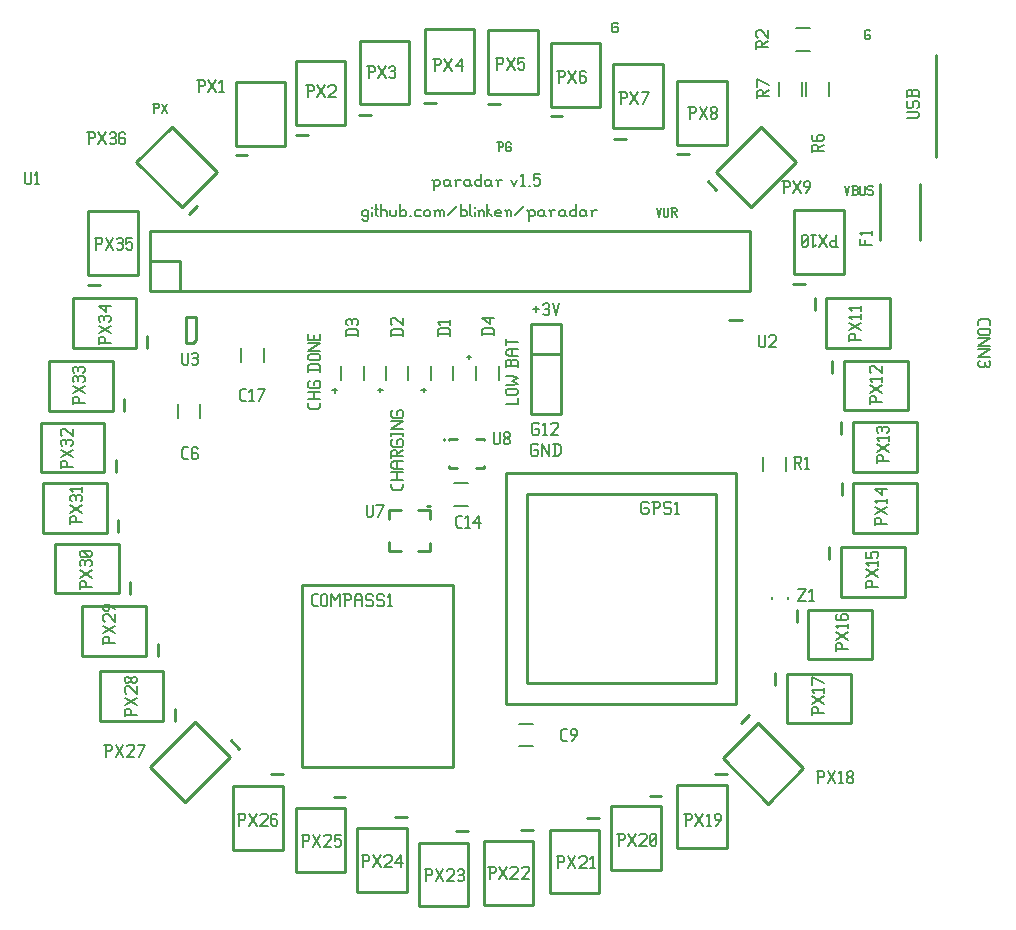
<source format=gbr>
G04 start of page 9 for group -4079 idx -4079 *
G04 Title: (unknown), topsilk *
G04 Creator: pcb 4.2.0 *
G04 CreationDate: Thu Mar 26 12:54:29 2020 UTC *
G04 For: blinken *
G04 Format: Gerber/RS-274X *
G04 PCB-Dimensions (mm): 90.16 90.16 *
G04 PCB-Coordinate-Origin: lower left *
%MOMM*%
%FSLAX43Y43*%
%LNTOPSILK*%
%ADD85C,0.203*%
%ADD84C,0.254*%
%ADD83C,0.200*%
%ADD82C,0.250*%
G54D82*X59987Y24132D02*X60994D01*
X62193Y28447D02*X62905Y29159D01*
X66946Y38051D02*Y37044D01*
X65100Y32674D02*Y31667D01*
X54451Y22337D02*X55458D01*
X49158Y20402D02*X50165D01*
X43588Y19412D02*X44594D01*
X38085Y19311D02*X39092D01*
X32869Y20485D02*X33876D01*
X27702Y22197D02*X28708D01*
X69941Y59118D02*Y58111D01*
X70633Y53979D02*Y52972D01*
X70738Y48763D02*Y47756D01*
X69647Y43372D02*Y42365D01*
X35377Y81012D02*X36384D01*
X40762Y80877D02*X41769D01*
X46076Y79854D02*X47082D01*
X51411Y77958D02*X52418D01*
X19405Y76549D02*X20412D01*
X24488Y78277D02*X25495D01*
X29857Y79971D02*X30864D01*
X15439Y71555D02*X16151Y72267D01*
X56815Y76650D02*X57822D01*
X60099Y73644D02*X59387Y74356D01*
X66613Y65620D02*X67620D01*
X68473Y64466D02*Y63459D01*
X6899Y65586D02*X7906D01*
X22390Y24143D02*X23397D01*
X19717Y26317D02*X19005Y27029D01*
X14251Y29681D02*Y28674D01*
X12846Y35190D02*Y34184D01*
X10476Y40433D02*Y39426D01*
X9490Y45643D02*Y44636D01*
X9238Y50727D02*Y49720D01*
X9973Y55928D02*Y54921D01*
X11902Y61214D02*Y60208D01*
G54D83*X26574Y55600D02*Y55270D01*
X26396Y55092D02*X26574Y55270D01*
X25736Y55092D02*X26396D01*
X25736D02*X25558Y55270D01*
Y55600D02*Y55270D01*
Y55905D02*X26574D01*
X25558Y56540D02*X26574D01*
X26066D02*Y55905D01*
X25558Y57352D02*X25685Y57479D01*
X25558Y57352D02*Y56971D01*
X25685Y56844D02*X25558Y56971D01*
X25685Y56844D02*X26447D01*
X26574Y56971D01*
Y57352D02*Y56971D01*
Y57352D02*X26447Y57479D01*
X26193D02*X26447D01*
X26066Y57352D02*X26193Y57479D01*
X26066Y57352D02*Y57098D01*
X25558Y58368D02*X26574D01*
X25558Y58699D02*X25736Y58876D01*
X26396D01*
X26574Y58699D02*X26396Y58876D01*
X26574Y58699D02*Y58241D01*
X25558Y58699D02*Y58241D01*
X25685Y59181D02*X26447D01*
X25685D02*X25558Y59308D01*
Y59562D02*Y59308D01*
Y59562D02*X25685Y59689D01*
X26447D01*
X26574Y59562D02*X26447Y59689D01*
X26574Y59562D02*Y59308D01*
X26447Y59181D02*X26574Y59308D01*
X25558Y59994D02*X26574D01*
X25558D02*X26574Y60629D01*
X25558D02*X26574D01*
X26016Y61315D02*Y60934D01*
X26574Y61442D02*Y60934D01*
X25558D02*X26574D01*
X25558Y61442D02*Y60934D01*
X31466Y56677D02*X31847D01*
X31657Y56867D02*Y56486D01*
X27599Y56635D02*X27980D01*
X27789Y56826D02*Y56445D01*
X12531Y80913D02*Y80151D01*
X12436Y80913D02*X12817D01*
X12912Y80818D01*
Y80627D01*
X12817Y80532D02*X12912Y80627D01*
X12531Y80532D02*X12817D01*
X13140Y80151D02*X13617Y80913D01*
X13140D02*X13617Y80151D01*
X42267Y55450D02*X43283D01*
Y55958D02*Y55450D01*
X42394Y56262D02*X43156D01*
X42394D02*X42267Y56389D01*
Y56643D02*Y56389D01*
Y56643D02*X42394Y56770D01*
X43156D01*
X43283Y56643D02*X43156Y56770D01*
X43283Y56643D02*Y56389D01*
X43156Y56262D02*X43283Y56389D01*
X42267Y57075D02*X42775D01*
X43283Y57202D01*
X42775Y57456D01*
X43283Y57710D01*
X42775Y57837D01*
X42267D02*X42775D01*
X43283Y59107D02*Y58599D01*
Y59107D02*X43156Y59234D01*
X42852D02*X43156D01*
X42725Y59107D02*X42852Y59234D01*
X42725Y59107D02*Y58726D01*
X42267D02*X43283D01*
X42267Y59107D02*Y58599D01*
Y59107D02*X42394Y59234D01*
X42598D01*
X42725Y59107D02*X42598Y59234D01*
X42521Y59539D02*X43283D01*
X42521D02*X42267Y59717D01*
Y59996D02*Y59717D01*
Y59996D02*X42521Y60174D01*
X43283D01*
X42775D02*Y59539D01*
X42267Y60987D02*Y60479D01*
Y60733D02*X43283D01*
X44971Y53912D02*X45098Y53785D01*
X44590Y53912D02*X44971D01*
X44463Y53785D02*X44590Y53912D01*
X44463Y53785D02*Y53023D01*
X44590Y52896D01*
X44971D01*
X45098Y53023D01*
Y53277D02*Y53023D01*
X44971Y53404D02*X45098Y53277D01*
X44717Y53404D02*X44971D01*
X45403Y53709D02*X45606Y53912D01*
Y52896D01*
X45403D02*X45784D01*
X46088Y53785D02*X46215Y53912D01*
X46596D01*
X46723Y53785D01*
Y53531D01*
X46088Y52896D02*X46723Y53531D01*
X46088Y52896D02*X46723D01*
X38995Y59469D02*X39376D01*
X39185Y59659D02*Y59278D01*
X44910Y52140D02*X45037Y52013D01*
X44529Y52140D02*X44910D01*
X44402Y52013D02*X44529Y52140D01*
X44402Y52013D02*Y51251D01*
X44529Y51124D01*
X44910D01*
X45037Y51251D01*
Y51505D02*Y51251D01*
X44910Y51632D02*X45037Y51505D01*
X44656Y51632D02*X44910D01*
X45342Y52140D02*Y51124D01*
Y52140D02*X45977Y51124D01*
Y52140D02*Y51124D01*
X46409Y52140D02*Y51124D01*
X46739Y52140D02*X46917Y51962D01*
Y51302D01*
X46739Y51124D02*X46917Y51302D01*
X46282Y51124D02*X46739D01*
X46282Y52140D02*X46739D01*
X44627Y63499D02*X45135D01*
X44881Y63753D02*Y63245D01*
X45440Y63880D02*X45567Y64007D01*
X45821D01*
X45948Y63880D01*
X45821Y62991D02*X45948Y63118D01*
X45567Y62991D02*X45821D01*
X45440Y63118D02*X45567Y62991D01*
Y63550D02*X45821D01*
X45948Y63880D02*Y63676D01*
Y63422D02*Y63118D01*
Y63422D02*X45821Y63550D01*
X45948Y63676D02*X45821Y63550D01*
X46253Y64007D02*X46507Y62991D01*
X46761Y64007D01*
X33601Y48757D02*Y48427D01*
X33423Y48249D02*X33601Y48427D01*
X32763Y48249D02*X33423D01*
X32763D02*X32585Y48427D01*
Y48757D02*Y48427D01*
Y49062D02*X33601D01*
X32585Y49697D02*X33601D01*
X33093D02*Y49062D01*
X32839Y50002D02*X33601D01*
X32839D02*X32585Y50180D01*
Y50459D02*Y50180D01*
Y50459D02*X32839Y50637D01*
X33601D01*
X33093D02*Y50002D01*
X32585Y51450D02*Y50942D01*
Y51450D02*X32712Y51577D01*
X32966D01*
X33093Y51450D02*X32966Y51577D01*
X33093Y51450D02*Y51069D01*
X32585D02*X33601D01*
X33093Y51272D02*X33601Y51577D01*
X32585Y52389D02*X32712Y52516D01*
X32585Y52389D02*Y52008D01*
X32712Y51881D02*X32585Y52008D01*
X32712Y51881D02*X33474D01*
X33601Y52008D01*
Y52389D02*Y52008D01*
Y52389D02*X33474Y52516D01*
X33220D02*X33474D01*
X33093Y52389D02*X33220Y52516D01*
X33093Y52389D02*Y52135D01*
X32585Y53075D02*Y52821D01*
Y52948D02*X33601D01*
Y53075D02*Y52821D01*
X32585Y53380D02*X33601D01*
X32585D02*X33601Y54015D01*
X32585D02*X33601D01*
X32585Y54828D02*X32712Y54955D01*
X32585Y54828D02*Y54447D01*
X32712Y54320D02*X32585Y54447D01*
X32712Y54320D02*X33474D01*
X33601Y54447D01*
Y54828D02*Y54447D01*
Y54828D02*X33474Y54955D01*
X33220D02*X33474D01*
X33093Y54828D02*X33220Y54955D01*
X33093Y54828D02*Y54574D01*
X35127Y56677D02*X35508D01*
X35318Y56867D02*Y56486D01*
X36197Y74331D02*Y73569D01*
X36070Y74458D02*X36197Y74331D01*
X36324Y74458D01*
X36578D01*
X36705Y74331D01*
Y74077D01*
X36578Y73950D02*X36705Y74077D01*
X36324Y73950D02*X36578D01*
X36197Y74077D02*X36324Y73950D01*
X37391Y74458D02*X37518Y74331D01*
X37137Y74458D02*X37391D01*
X37010Y74331D02*X37137Y74458D01*
X37010Y74331D02*Y74077D01*
X37137Y73950D01*
X37518Y74458D02*Y74077D01*
X37645Y73950D01*
X37137D02*X37391D01*
X37518Y74077D01*
X38077Y74331D02*Y73950D01*
Y74331D02*X38204Y74458D01*
X38458D01*
X37950D02*X38077Y74331D01*
X39143Y74458D02*X39270Y74331D01*
X38889Y74458D02*X39143D01*
X38762Y74331D02*X38889Y74458D01*
X38762Y74331D02*Y74077D01*
X38889Y73950D01*
X39270Y74458D02*Y74077D01*
X39397Y73950D01*
X38889D02*X39143D01*
X39270Y74077D01*
X40210Y74966D02*Y73950D01*
X40083D02*X40210Y74077D01*
X39829Y73950D02*X40083D01*
X39702Y74077D02*X39829Y73950D01*
X39702Y74331D02*Y74077D01*
Y74331D02*X39829Y74458D01*
X40083D01*
X40210Y74331D01*
X40896Y74458D02*X41023Y74331D01*
X40642Y74458D02*X40896D01*
X40515Y74331D02*X40642Y74458D01*
X40515Y74331D02*Y74077D01*
X40642Y73950D01*
X41023Y74458D02*Y74077D01*
X41150Y73950D01*
X40642D02*X40896D01*
X41023Y74077D01*
X41582Y74331D02*Y73950D01*
Y74331D02*X41709Y74458D01*
X41963D01*
X41455D02*X41582Y74331D01*
X42725Y74458D02*X42979Y73950D01*
X43233Y74458D02*X42979Y73950D01*
X43538Y74763D02*X43741Y74966D01*
Y73950D01*
X43538D02*X43919D01*
X44223D02*X44350D01*
X44655Y74966D02*X45163D01*
X44655D02*Y74458D01*
X44782Y74585D01*
X45036D01*
X45163Y74458D01*
Y74077D01*
X45036Y73950D02*X45163Y74077D01*
X44782Y73950D02*X45036D01*
X44655Y74077D02*X44782Y73950D01*
X30511Y71878D02*X30638Y71751D01*
X30257Y71878D02*X30511D01*
X30130Y71751D02*X30257Y71878D01*
X30130Y71751D02*Y71497D01*
X30257Y71370D01*
X30511D01*
X30638Y71497D01*
X30130Y71116D02*X30257Y70989D01*
X30511D01*
X30638Y71116D01*
Y71878D02*Y71116D01*
X30943Y72132D02*Y72107D01*
Y71751D02*Y71370D01*
X31324Y72386D02*Y71497D01*
X31451Y71370D01*
X31197Y72005D02*X31451D01*
X31705Y72386D02*Y71370D01*
Y71751D02*X31832Y71878D01*
X32086D01*
X32213Y71751D01*
Y71370D01*
X32518Y71878D02*Y71497D01*
X32645Y71370D01*
X32899D01*
X33026Y71497D01*
Y71878D02*Y71497D01*
X33330Y72386D02*Y71370D01*
Y71497D02*X33457Y71370D01*
X33711D01*
X33838Y71497D01*
Y71751D02*Y71497D01*
X33711Y71878D02*X33838Y71751D01*
X33457Y71878D02*X33711D01*
X33330Y71751D02*X33457Y71878D01*
X34143Y71370D02*X34270D01*
X34702Y71878D02*X35083D01*
X34575Y71751D02*X34702Y71878D01*
X34575Y71751D02*Y71497D01*
X34702Y71370D01*
X35083D01*
X35388Y71751D02*Y71497D01*
Y71751D02*X35515Y71878D01*
X35769D01*
X35896Y71751D01*
Y71497D01*
X35769Y71370D02*X35896Y71497D01*
X35515Y71370D02*X35769D01*
X35388Y71497D02*X35515Y71370D01*
X36328Y71751D02*Y71370D01*
Y71751D02*X36455Y71878D01*
X36582D01*
X36709Y71751D01*
Y71370D01*
Y71751D02*X36836Y71878D01*
X36963D01*
X37090Y71751D01*
Y71370D01*
X36201Y71878D02*X36328Y71751D01*
X37394Y71497D02*X38156Y72259D01*
X38461Y72386D02*Y71370D01*
Y71497D02*X38588Y71370D01*
X38842D01*
X38969Y71497D01*
Y71751D02*Y71497D01*
X38842Y71878D02*X38969Y71751D01*
X38588Y71878D02*X38842D01*
X38461Y71751D02*X38588Y71878D01*
X39274Y72386D02*Y71497D01*
X39401Y71370D01*
X39655Y72132D02*Y72107D01*
Y71751D02*Y71370D01*
X40036Y71751D02*Y71370D01*
Y71751D02*X40163Y71878D01*
X40290D01*
X40417Y71751D01*
Y71370D01*
X39909Y71878D02*X40036Y71751D01*
X40722Y72386D02*Y71370D01*
Y71751D02*X41103Y71370D01*
X40722Y71751D02*X40976Y72005D01*
X41535Y71370D02*X41916D01*
X41408Y71497D02*X41535Y71370D01*
X41408Y71751D02*Y71497D01*
Y71751D02*X41535Y71878D01*
X41789D01*
X41916Y71751D01*
X41408Y71624D02*X41916D01*
Y71751D02*Y71624D01*
X42347Y71751D02*Y71370D01*
Y71751D02*X42474Y71878D01*
X42601D01*
X42728Y71751D01*
Y71370D01*
X42220Y71878D02*X42347Y71751D01*
X43033Y71497D02*X43795Y72259D01*
X44227Y71751D02*Y70989D01*
X44100Y71878D02*X44227Y71751D01*
X44354Y71878D01*
X44608D01*
X44735Y71751D01*
Y71497D01*
X44608Y71370D02*X44735Y71497D01*
X44354Y71370D02*X44608D01*
X44227Y71497D02*X44354Y71370D01*
X45421Y71878D02*X45548Y71751D01*
X45167Y71878D02*X45421D01*
X45040Y71751D02*X45167Y71878D01*
X45040Y71751D02*Y71497D01*
X45167Y71370D01*
X45548Y71878D02*Y71497D01*
X45675Y71370D01*
X45167D02*X45421D01*
X45548Y71497D01*
X46107Y71751D02*Y71370D01*
Y71751D02*X46234Y71878D01*
X46488D01*
X45980D02*X46107Y71751D01*
X47173Y71878D02*X47300Y71751D01*
X46919Y71878D02*X47173D01*
X46792Y71751D02*X46919Y71878D01*
X46792Y71751D02*Y71497D01*
X46919Y71370D01*
X47300Y71878D02*Y71497D01*
X47427Y71370D01*
X46919D02*X47173D01*
X47300Y71497D01*
X48240Y72386D02*Y71370D01*
X48113D02*X48240Y71497D01*
X47859Y71370D02*X48113D01*
X47732Y71497D02*X47859Y71370D01*
X47732Y71751D02*Y71497D01*
Y71751D02*X47859Y71878D01*
X48113D01*
X48240Y71751D01*
X48926Y71878D02*X49053Y71751D01*
X48672Y71878D02*X48926D01*
X48545Y71751D02*X48672Y71878D01*
X48545Y71751D02*Y71497D01*
X48672Y71370D01*
X49053Y71878D02*Y71497D01*
X49180Y71370D01*
X48672D02*X48926D01*
X49053Y71497D01*
X49612Y71751D02*Y71370D01*
Y71751D02*X49739Y71878D01*
X49993D01*
X49485D02*X49612Y71751D01*
X41672Y77636D02*Y76874D01*
X41577Y77636D02*X41958D01*
X42053Y77541D01*
Y77350D01*
X41958Y77255D02*X42053Y77350D01*
X41672Y77255D02*X41958D01*
X42663Y77636D02*X42758Y77541D01*
X42377Y77636D02*X42663D01*
X42282Y77541D02*X42377Y77636D01*
X42282Y77541D02*Y76969D01*
X42377Y76874D01*
X42663D01*
X42758Y76969D01*
Y77160D02*Y76969D01*
X42663Y77255D02*X42758Y77160D01*
X42472Y77255D02*X42663D01*
X51659Y87778D02*X51754Y87683D01*
X51373Y87778D02*X51659D01*
X51278Y87683D02*X51373Y87778D01*
X51278Y87683D02*Y87112D01*
X51373Y87016D01*
X51659D01*
X51754Y87112D01*
Y87302D02*Y87112D01*
X51659Y87397D02*X51754Y87302D01*
X51468Y87397D02*X51659D01*
X73045Y87150D02*X73140Y87055D01*
X72759Y87150D02*X73045D01*
X72664Y87055D02*X72759Y87150D01*
X72664Y87055D02*Y86483D01*
X72759Y86388D01*
X73045D01*
X73140Y86483D01*
Y86674D02*Y86483D01*
X73045Y86769D02*X73140Y86674D01*
X72854Y86769D02*X73045D01*
X70976Y73956D02*X71167Y73194D01*
X71357Y73956D01*
X71586Y73194D02*X71967D01*
X72062Y73289D01*
Y73518D02*Y73289D01*
X71967Y73613D02*X72062Y73518D01*
X71681Y73613D02*X71967D01*
X71681Y73956D02*Y73194D01*
X71586Y73956D02*X71967D01*
X72062Y73860D01*
Y73708D01*
X71967Y73613D02*X72062Y73708D01*
X72291Y73956D02*Y73289D01*
X72386Y73194D01*
X72576D01*
X72672Y73289D01*
Y73956D02*Y73289D01*
X73281Y73956D02*X73377Y73860D01*
X72996Y73956D02*X73281D01*
X72900Y73860D02*X72996Y73956D01*
X72900Y73860D02*Y73670D01*
X72996Y73575D01*
X73281D01*
X73377Y73479D01*
Y73289D01*
X73281Y73194D02*X73377Y73289D01*
X72996Y73194D02*X73281D01*
X72900Y73289D02*X72996Y73194D01*
X55043Y72092D02*X55234Y71330D01*
X55424Y72092D01*
X55653D02*Y71425D01*
X55748Y71330D01*
X55939D01*
X56034Y71425D01*
Y72092D02*Y71425D01*
X56263Y72092D02*X56644D01*
X56739Y71997D01*
Y71806D01*
X56644Y71711D02*X56739Y71806D01*
X56358Y71711D02*X56644D01*
X56358Y72092D02*Y71330D01*
X56510Y71711D02*X56739Y71330D01*
G54D84*X40800Y87160D02*X45000D01*
X40800D02*Y81760D01*
X45000D01*
Y87160D02*Y81760D01*
X46100Y86060D02*X50300D01*
X46100D02*Y80660D01*
X50300D01*
Y86060D02*Y80660D01*
X51400Y84260D02*X55600D01*
X51400D02*Y78860D01*
X55600D01*
Y84260D02*Y78860D01*
X35400Y87260D02*X39600D01*
X35400D02*Y81860D01*
X39600D01*
Y87260D02*Y81860D01*
X24490Y84520D02*X28690D01*
X24490D02*Y79120D01*
X28690D01*
Y84520D02*Y79120D01*
X29900Y86260D02*X34100D01*
X29900D02*Y80860D01*
X34100D01*
Y86260D02*Y80860D01*
X56800Y82860D02*X61000D01*
X56800D02*Y77460D01*
X61000D01*
Y82860D02*Y77460D01*
X63890Y78950D02*X66860Y75980D01*
X63890Y78950D02*X60072Y75132D01*
X63042Y72162D01*
X66860Y75980D02*X63042Y72162D01*
G54D85*X67347Y82795D02*Y81596D01*
X65447Y82795D02*Y81596D01*
X69620Y82790D02*Y81590D01*
X67720Y82790D02*Y81590D01*
X66870Y87300D02*X68070D01*
X66870Y85400D02*X68070D01*
G54D84*X12140Y65100D02*X62940D01*
Y70180D02*Y65100D01*
X12140Y70180D02*X62940D01*
X12140D02*Y65100D01*
X14680Y67640D02*Y65100D01*
X12140Y67640D02*X14680D01*
X6910Y71820D02*X11110D01*
X6910D02*Y66420D01*
X11110D01*
Y71820D02*Y66420D01*
X11011Y75992D02*X13980Y78962D01*
X11011Y75992D02*X14829Y72174D01*
X17799Y75144D01*
X13980Y78962D02*X17799Y75144D01*
X5600Y60260D02*Y64460D01*
Y60260D02*X11000D01*
Y64460D01*
X5600D02*X11000D01*
X15205Y62898D02*X16047D01*
Y60945D01*
X15793Y60691D01*
X15205D02*X15793D01*
X15205Y62898D02*Y60691D01*
X19400Y82760D02*X23600D01*
X19400D02*Y77360D01*
X23600D01*
Y82760D02*Y77360D01*
X74800Y64460D02*Y60260D01*
Y64460D02*X69400D01*
Y60260D01*
X74800D02*X69400D01*
X66700Y71930D02*X70900D01*
X66700D02*Y66530D01*
X70900D01*
Y71930D02*Y66530D01*
X73950Y74110D02*Y69410D01*
X77350Y74110D02*Y69410D01*
X78730Y85050D02*Y76400D01*
X76300Y59160D02*Y54960D01*
Y59160D02*X70900D01*
Y54960D01*
X76300D02*X70900D01*
X77100Y53960D02*Y49760D01*
Y53960D02*X71700D01*
Y49760D01*
X77100D02*X71700D01*
X77100Y48760D02*Y44560D01*
Y48760D02*X71700D01*
Y44560D01*
X77100D02*X71700D01*
X76100Y43360D02*Y39160D01*
Y43360D02*X70700D01*
Y39160D01*
X76100D02*X70700D01*
X73300Y38060D02*Y33860D01*
Y38060D02*X67900D01*
Y33860D01*
X73300D02*X67900D01*
X71500Y32660D02*Y28460D01*
Y32660D02*X66100D01*
Y28460D01*
X71500D02*X66100D01*
X67470Y24630D02*X64500Y21660D01*
X67470Y24630D02*X63652Y28448D01*
X60682Y25478D01*
X64500Y21660D02*X60682Y25478D01*
X61000Y17860D02*X56800D01*
X61000D02*Y23260D01*
X56800D01*
Y17860D02*Y23260D01*
X55400Y16060D02*X51200D01*
X55400D02*Y21460D01*
X51200D01*
Y16060D02*Y21460D01*
X50200Y14060D02*X46000D01*
X50200D02*Y19460D01*
X46000D01*
Y14060D02*Y19460D01*
X44600Y13060D02*X40400D01*
X44600D02*Y18460D01*
X40400D01*
Y13060D02*Y18460D01*
X33900Y14160D02*X29700D01*
X33900D02*Y19560D01*
X29700D01*
Y14160D02*Y19560D01*
X28700Y15860D02*X24500D01*
X28700D02*Y21260D01*
X24500D01*
Y15860D02*Y21260D01*
X23400Y17760D02*X19200D01*
X23400D02*Y23160D01*
X19200D01*
Y17760D02*Y23160D01*
X15104Y21779D02*X12134Y24749D01*
X15104Y21779D02*X18922Y25598D01*
X15952Y28567D01*
X12134Y24749D02*X15952Y28567D01*
X7900Y28660D02*Y32860D01*
Y28660D02*X13300D01*
Y32860D01*
X7900D02*X13300D01*
X6400Y34160D02*Y38360D01*
Y34160D02*X11800D01*
Y38360D01*
X6400D02*X11800D01*
X25051Y40181D02*X37851D01*
X25051D02*Y24781D01*
X37851D01*
Y40181D02*Y24781D01*
X4100Y39460D02*Y43660D01*
Y39460D02*X9500D01*
Y43660D01*
X4100D02*X9500D01*
X3100Y44610D02*Y48810D01*
Y44610D02*X8500D01*
Y48810D01*
X3100D02*X8500D01*
X2900Y49710D02*Y53910D01*
Y49710D02*X8300D01*
Y53910D01*
X2900D02*X8300D01*
X3600Y54910D02*Y59110D01*
Y54910D02*X9000D01*
Y59110D01*
X3600D02*X9000D01*
G54D85*X19871Y60213D02*Y59013D01*
X21771Y60213D02*Y59013D01*
X14517Y55477D02*Y54277D01*
X16417Y55477D02*Y54277D01*
G54D84*X39100Y12960D02*X34900D01*
X39100D02*Y18360D01*
X34900D01*
Y12960D02*Y18360D01*
G54D85*X35920Y58694D02*Y57494D01*
X37820Y58694D02*Y57494D01*
X32135Y58687D02*Y57487D01*
X34035Y58687D02*Y57487D01*
X41684Y58684D02*Y57484D01*
X39784Y58684D02*Y57484D01*
X28339Y58691D02*Y57491D01*
X30239Y58691D02*Y57491D01*
G54D82*X34840Y46519D02*X35870D01*
X32370D02*Y45749D01*
Y43779D02*Y43019D01*
X33420D01*
X34840D02*X35870D01*
Y43739D02*Y43019D01*
Y46519D02*Y45769D01*
X32370Y46519D02*X33420D01*
X35570Y46889D02*X35870D01*
X38119Y52562D02*X37459D01*
Y50242D02*Y50062D01*
X38129D01*
X39789D02*X40459D01*
Y50232D01*
Y52562D02*X39789D01*
X40459D02*Y52402D01*
X37459Y52562D02*Y52412D01*
X37059Y52562D02*Y52412D01*
G54D85*X37878Y48768D02*X39078D01*
X37878Y46868D02*X39078D01*
G54D84*X61181Y62617D02*X62281D01*
X44394Y62280D02*Y54660D01*
X46934D01*
Y62280D01*
X44394D01*
Y59740D02*X46934D01*
Y62280D01*
G54D85*X65990Y50980D02*Y49780D01*
X64090Y50980D02*Y49780D01*
G54D84*X44037Y47879D02*X60037D01*
Y31879D01*
X44037D01*
Y47879D01*
X42287Y49629D02*Y30129D01*
X61787D01*
Y49629D01*
X42287D01*
G54D85*X64780Y39190D02*Y38990D01*
X66180Y39190D02*Y38990D01*
X43388Y26496D02*X44588D01*
X43388Y28396D02*X44588D01*
G54D83*X68737Y24416D02*Y23400D01*
X68610Y24416D02*X69118D01*
X69245Y24289D01*
Y24035D01*
X69118Y23908D02*X69245Y24035D01*
X68737Y23908D02*X69118D01*
X69550Y23400D02*X70185Y24416D01*
X69550D02*X70185Y23400D01*
X70490Y24213D02*X70693Y24416D01*
Y23400D01*
X70490D02*X70871D01*
X71175Y23527D02*X71302Y23400D01*
X71175Y23730D02*Y23527D01*
Y23730D02*X71353Y23908D01*
X71506D01*
X71683Y23730D01*
Y23527D01*
X71556Y23400D02*X71683Y23527D01*
X71302Y23400D02*X71556D01*
X71175Y24086D02*X71353Y23908D01*
X71175Y24289D02*Y24086D01*
Y24289D02*X71302Y24416D01*
X71556D01*
X71683Y24289D01*
Y24086D01*
X71506Y23908D02*X71683Y24086D01*
X57527Y20806D02*Y19790D01*
X57400Y20806D02*X57908D01*
X58035Y20679D01*
Y20425D01*
X57908Y20298D02*X58035Y20425D01*
X57527Y20298D02*X57908D01*
X58340Y19790D02*X58975Y20806D01*
X58340D02*X58975Y19790D01*
X59280Y20603D02*X59483Y20806D01*
Y19790D01*
X59280D02*X59661D01*
X60092D02*X60473Y20298D01*
Y20679D02*Y20298D01*
X60346Y20806D02*X60473Y20679D01*
X60092Y20806D02*X60346D01*
X59965Y20679D02*X60092Y20806D01*
X59965Y20679D02*Y20425D01*
X60092Y20298D01*
X60473D01*
X51827Y19106D02*Y18090D01*
X51700Y19106D02*X52208D01*
X52335Y18979D01*
Y18725D01*
X52208Y18598D02*X52335Y18725D01*
X51827Y18598D02*X52208D01*
X52640Y18090D02*X53275Y19106D01*
X52640D02*X53275Y18090D01*
X53580Y18979D02*X53707Y19106D01*
X54088D01*
X54215Y18979D01*
Y18725D01*
X53580Y18090D02*X54215Y18725D01*
X53580Y18090D02*X54215D01*
X54519Y18217D02*X54646Y18090D01*
X54519Y18979D02*Y18217D01*
Y18979D02*X54646Y19106D01*
X54900D01*
X55027Y18979D01*
Y18217D01*
X54900Y18090D02*X55027Y18217D01*
X54646Y18090D02*X54900D01*
X54519Y18344D02*X55027Y18852D01*
X46727Y17206D02*Y16190D01*
X46600Y17206D02*X47108D01*
X47235Y17079D01*
Y16825D01*
X47108Y16698D02*X47235Y16825D01*
X46727Y16698D02*X47108D01*
X47540Y16190D02*X48175Y17206D01*
X47540D02*X48175Y16190D01*
X48480Y17079D02*X48607Y17206D01*
X48988D01*
X49115Y17079D01*
Y16825D01*
X48480Y16190D02*X49115Y16825D01*
X48480Y16190D02*X49115D01*
X49419Y17003D02*X49623Y17206D01*
Y16190D01*
X49419D02*X49800D01*
X40927Y16306D02*Y15290D01*
X40800Y16306D02*X41308D01*
X41435Y16179D01*
Y15925D01*
X41308Y15798D02*X41435Y15925D01*
X40927Y15798D02*X41308D01*
X41740Y15290D02*X42375Y16306D01*
X41740D02*X42375Y15290D01*
X42680Y16179D02*X42807Y16306D01*
X43188D01*
X43315Y16179D01*
Y15925D01*
X42680Y15290D02*X43315Y15925D01*
X42680Y15290D02*X43315D01*
X43619Y16179D02*X43746Y16306D01*
X44127D01*
X44254Y16179D01*
Y15925D01*
X43619Y15290D02*X44254Y15925D01*
X43619Y15290D02*X44254D01*
X30227Y17306D02*Y16290D01*
X30100Y17306D02*X30608D01*
X30735Y17179D01*
Y16925D01*
X30608Y16798D02*X30735Y16925D01*
X30227Y16798D02*X30608D01*
X31040Y16290D02*X31675Y17306D01*
X31040D02*X31675Y16290D01*
X31980Y17179D02*X32107Y17306D01*
X32488D01*
X32615Y17179D01*
Y16925D01*
X31980Y16290D02*X32615Y16925D01*
X31980Y16290D02*X32615D01*
X32919Y16671D02*X33427Y17306D01*
X32919Y16671D02*X33554D01*
X33427Y17306D02*Y16290D01*
X25127Y19006D02*Y17990D01*
X25000Y19006D02*X25508D01*
X25635Y18879D01*
Y18625D01*
X25508Y18498D02*X25635Y18625D01*
X25127Y18498D02*X25508D01*
X25940Y17990D02*X26575Y19006D01*
X25940D02*X26575Y17990D01*
X26880Y18879D02*X27007Y19006D01*
X27388D01*
X27515Y18879D01*
Y18625D01*
X26880Y17990D02*X27515Y18625D01*
X26880Y17990D02*X27515D01*
X27819Y19006D02*X28327D01*
X27819D02*Y18498D01*
X27946Y18625D01*
X28200D01*
X28327Y18498D01*
Y18117D01*
X28200Y17990D02*X28327Y18117D01*
X27946Y17990D02*X28200D01*
X27819Y18117D02*X27946Y17990D01*
X35527Y16106D02*Y15090D01*
X35400Y16106D02*X35908D01*
X36035Y15979D01*
Y15725D01*
X35908Y15598D02*X36035Y15725D01*
X35527Y15598D02*X35908D01*
X36340Y15090D02*X36975Y16106D01*
X36340D02*X36975Y15090D01*
X37280Y15979D02*X37407Y16106D01*
X37788D01*
X37915Y15979D01*
Y15725D01*
X37280Y15090D02*X37915Y15725D01*
X37280Y15090D02*X37915D01*
X38219Y15979D02*X38346Y16106D01*
X38600D01*
X38727Y15979D01*
X38600Y15090D02*X38727Y15217D01*
X38346Y15090D02*X38600D01*
X38219Y15217D02*X38346Y15090D01*
Y15649D02*X38600D01*
X38727Y15979D02*Y15776D01*
Y15522D02*Y15217D01*
Y15522D02*X38600Y15649D01*
X38727Y15776D02*X38600Y15649D01*
X36277Y84706D02*Y83690D01*
X36150Y84706D02*X36658D01*
X36785Y84579D01*
Y84325D01*
X36658Y84198D02*X36785Y84325D01*
X36277Y84198D02*X36658D01*
X37090Y83690D02*X37725Y84706D01*
X37090D02*X37725Y83690D01*
X38030Y84071D02*X38538Y84706D01*
X38030Y84071D02*X38665D01*
X38538Y84706D02*Y83690D01*
X41577Y84806D02*Y83790D01*
X41450Y84806D02*X41958D01*
X42085Y84679D01*
Y84425D01*
X41958Y84298D02*X42085Y84425D01*
X41577Y84298D02*X41958D01*
X42390Y83790D02*X43025Y84806D01*
X42390D02*X43025Y83790D01*
X43330Y84806D02*X43838D01*
X43330D02*Y84298D01*
X43457Y84425D01*
X43711D01*
X43838Y84298D01*
Y83917D01*
X43711Y83790D02*X43838Y83917D01*
X43457Y83790D02*X43711D01*
X43330Y83917D02*X43457Y83790D01*
X30677Y84106D02*Y83090D01*
X30550Y84106D02*X31058D01*
X31185Y83979D01*
Y83725D01*
X31058Y83598D02*X31185Y83725D01*
X30677Y83598D02*X31058D01*
X31490Y83090D02*X32125Y84106D01*
X31490D02*X32125Y83090D01*
X32430Y83979D02*X32557Y84106D01*
X32811D01*
X32938Y83979D01*
X32811Y83090D02*X32938Y83217D01*
X32557Y83090D02*X32811D01*
X32430Y83217D02*X32557Y83090D01*
Y83649D02*X32811D01*
X32938Y83979D02*Y83776D01*
Y83522D02*Y83217D01*
Y83522D02*X32811Y83649D01*
X32938Y83776D02*X32811Y83649D01*
X52027Y81906D02*Y80890D01*
X51900Y81906D02*X52408D01*
X52535Y81779D01*
Y81525D01*
X52408Y81398D02*X52535Y81525D01*
X52027Y81398D02*X52408D01*
X52840Y80890D02*X53475Y81906D01*
X52840D02*X53475Y80890D01*
X53907D02*X54415Y81906D01*
X53780D02*X54415D01*
X46777Y83706D02*Y82690D01*
X46650Y83706D02*X47158D01*
X47285Y83579D01*
Y83325D01*
X47158Y83198D02*X47285Y83325D01*
X46777Y83198D02*X47158D01*
X47590Y82690D02*X48225Y83706D01*
X47590D02*X48225Y82690D01*
X48911Y83706D02*X49038Y83579D01*
X48657Y83706D02*X48911D01*
X48530Y83579D02*X48657Y83706D01*
X48530Y83579D02*Y82817D01*
X48657Y82690D01*
X48911Y83249D02*X49038Y83122D01*
X48530Y83249D02*X48911D01*
X48657Y82690D02*X48911D01*
X49038Y82817D01*
Y83122D02*Y82817D01*
X1606Y75097D02*Y74208D01*
X1732Y74081D01*
X1986D01*
X2114Y74208D01*
Y75097D02*Y74208D01*
X2418Y74894D02*X2622Y75097D01*
Y74081D01*
X2418D02*X2799D01*
X6977Y78478D02*Y77462D01*
X6850Y78478D02*X7358D01*
X7485Y78351D01*
Y78097D01*
X7358Y77970D02*X7485Y78097D01*
X6977Y77970D02*X7358D01*
X7790Y77462D02*X8425Y78478D01*
X7790D02*X8425Y77462D01*
X8730Y78351D02*X8857Y78478D01*
X9111D01*
X9238Y78351D01*
X9111Y77462D02*X9238Y77589D01*
X8857Y77462D02*X9111D01*
X8730Y77589D02*X8857Y77462D01*
Y78021D02*X9111D01*
X9238Y78351D02*Y78148D01*
Y77894D02*Y77589D01*
Y77894D02*X9111Y78021D01*
X9238Y78148D02*X9111Y78021D01*
X9924Y78478D02*X10051Y78351D01*
X9670Y78478D02*X9924D01*
X9543Y78351D02*X9670Y78478D01*
X9543Y78351D02*Y77589D01*
X9670Y77462D01*
X9924Y78021D02*X10051Y77894D01*
X9543Y78021D02*X9924D01*
X9670Y77462D02*X9924D01*
X10051Y77589D01*
Y77894D02*Y77589D01*
X7804Y60687D02*X8820D01*
X7804Y61068D02*Y60560D01*
Y61068D02*X7931Y61195D01*
X8185D01*
X8312Y61068D02*X8185Y61195D01*
X8312Y61068D02*Y60687D01*
X8820Y61500D02*X7804Y62135D01*
Y61500D02*X8820Y62135D01*
X7931Y62440D02*X7804Y62567D01*
Y62821D02*Y62567D01*
Y62821D02*X7931Y62948D01*
X8820Y62821D02*X8693Y62948D01*
X8820Y62821D02*Y62567D01*
X8693Y62440D02*X8820Y62567D01*
X8261Y62821D02*Y62567D01*
X7931Y62948D02*X8134D01*
X8388D02*X8693D01*
X8388D02*X8261Y62821D01*
X8134Y62948D02*X8261Y62821D01*
X8439Y63253D02*X7804Y63761D01*
X8439Y63888D02*Y63253D01*
X7804Y63761D02*X8820D01*
X7587Y69566D02*Y68550D01*
X7460Y69566D02*X7968D01*
X8095Y69439D01*
Y69185D01*
X7968Y69058D02*X8095Y69185D01*
X7587Y69058D02*X7968D01*
X8400Y68550D02*X9035Y69566D01*
X8400D02*X9035Y68550D01*
X9340Y69439D02*X9467Y69566D01*
X9721D01*
X9848Y69439D01*
X9721Y68550D02*X9848Y68677D01*
X9467Y68550D02*X9721D01*
X9340Y68677D02*X9467Y68550D01*
Y69109D02*X9721D01*
X9848Y69439D02*Y69236D01*
Y68982D02*Y68677D01*
Y68982D02*X9721Y69109D01*
X9848Y69236D02*X9721Y69109D01*
X10152Y69566D02*X10660D01*
X10152D02*Y69058D01*
X10279Y69185D01*
X10533D01*
X10660Y69058D01*
Y68677D01*
X10533Y68550D02*X10660Y68677D01*
X10279Y68550D02*X10533D01*
X10152Y68677D02*X10279Y68550D01*
X16277Y82906D02*Y81890D01*
X16150Y82906D02*X16658D01*
X16785Y82779D01*
Y82525D01*
X16658Y82398D02*X16785Y82525D01*
X16277Y82398D02*X16658D01*
X17090Y81890D02*X17725Y82906D01*
X17090D02*X17725Y81890D01*
X18030Y82703D02*X18233Y82906D01*
Y81890D01*
X18030D02*X18411D01*
X25507Y82476D02*Y81460D01*
X25380Y82476D02*X25888D01*
X26015Y82349D01*
Y82095D01*
X25888Y81968D02*X26015Y82095D01*
X25507Y81968D02*X25888D01*
X26320Y81460D02*X26955Y82476D01*
X26320D02*X26955Y81460D01*
X27260Y82349D02*X27387Y82476D01*
X27768D01*
X27895Y82349D01*
Y82095D01*
X27260Y81460D02*X27895Y82095D01*
X27260Y81460D02*X27895D01*
X40270Y61423D02*X41286D01*
X40270Y61753D02*X40447Y61931D01*
X41108D01*
X41286Y61753D02*X41108Y61931D01*
X41286Y61753D02*Y61296D01*
X40270Y61753D02*Y61296D01*
X40904Y62236D02*X40270Y62744D01*
X40904Y62871D02*Y62236D01*
X40270Y62744D02*X41286D01*
X36544Y61390D02*X37560D01*
X36544Y61721D02*X36722Y61898D01*
X37382D01*
X37560Y61721D02*X37382Y61898D01*
X37560Y61721D02*Y61264D01*
X36544Y61721D02*Y61264D01*
X36747Y62203D02*X36544Y62407D01*
X37560D01*
Y62584D02*Y62203D01*
X32559Y61354D02*X33575D01*
X32559Y61684D02*X32737Y61862D01*
X33397D01*
X33575Y61684D02*X33397Y61862D01*
X33575Y61684D02*Y61227D01*
X32559Y61684D02*Y61227D01*
X32686Y62166D02*X32559Y62293D01*
Y62674D02*Y62293D01*
Y62674D02*X32686Y62801D01*
X32940D01*
X33575Y62166D02*X32940Y62801D01*
X33575D02*Y62166D01*
X28783Y61358D02*X29799D01*
X28783Y61688D02*X28961Y61866D01*
X29621D01*
X29799Y61688D02*X29621Y61866D01*
X29799Y61688D02*Y61231D01*
X28783Y61688D02*Y61231D01*
X28910Y62171D02*X28783Y62298D01*
Y62552D02*Y62298D01*
Y62552D02*X28910Y62679D01*
X29799Y62552D02*X29672Y62679D01*
X29799Y62552D02*Y62298D01*
X29672Y62171D02*X29799Y62298D01*
X29240Y62552D02*Y62298D01*
X28910Y62679D02*X29113D01*
X29367D02*X29672D01*
X29367D02*X29240Y62552D01*
X29113Y62679D02*X29240Y62552D01*
X19727Y20806D02*Y19790D01*
X19600Y20806D02*X20108D01*
X20235Y20679D01*
Y20425D01*
X20108Y20298D02*X20235Y20425D01*
X19727Y20298D02*X20108D01*
X20540Y19790D02*X21175Y20806D01*
X20540D02*X21175Y19790D01*
X21480Y20679D02*X21607Y20806D01*
X21988D01*
X22115Y20679D01*
Y20425D01*
X21480Y19790D02*X22115Y20425D01*
X21480Y19790D02*X22115D01*
X22800Y20806D02*X22927Y20679D01*
X22546Y20806D02*X22800D01*
X22419Y20679D02*X22546Y20806D01*
X22419Y20679D02*Y19917D01*
X22546Y19790D01*
X22800Y20349D02*X22927Y20222D01*
X22419Y20349D02*X22800D01*
X22546Y19790D02*X22800D01*
X22927Y19917D01*
Y20222D02*Y19917D01*
X8427Y26656D02*Y25640D01*
X8300Y26656D02*X8808D01*
X8935Y26529D01*
Y26275D01*
X8808Y26148D02*X8935Y26275D01*
X8427Y26148D02*X8808D01*
X9240Y25640D02*X9875Y26656D01*
X9240D02*X9875Y25640D01*
X10180Y26529D02*X10307Y26656D01*
X10688D01*
X10815Y26529D01*
Y26275D01*
X10180Y25640D02*X10815Y26275D01*
X10180Y25640D02*X10815D01*
X11246D02*X11754Y26656D01*
X11119D02*X11754D01*
X10004Y29187D02*X11020D01*
X10004Y29568D02*Y29060D01*
Y29568D02*X10131Y29695D01*
X10385D01*
X10512Y29568D02*X10385Y29695D01*
X10512Y29568D02*Y29187D01*
X11020Y30000D02*X10004Y30635D01*
Y30000D02*X11020Y30635D01*
X10131Y30940D02*X10004Y31067D01*
Y31448D02*Y31067D01*
Y31448D02*X10131Y31575D01*
X10385D01*
X11020Y30940D02*X10385Y31575D01*
X11020D02*Y30940D01*
X10893Y31880D02*X11020Y32007D01*
X10690Y31880D02*X10893D01*
X10690D02*X10512Y32057D01*
Y32210D02*Y32057D01*
Y32210D02*X10690Y32388D01*
X10893D01*
X11020Y32261D02*X10893Y32388D01*
X11020Y32261D02*Y32007D01*
X10334Y31880D02*X10512Y32057D01*
X10131Y31880D02*X10334D01*
X10131D02*X10004Y32007D01*
Y32261D02*Y32007D01*
Y32261D02*X10131Y32388D01*
X10334D01*
X10512Y32210D02*X10334Y32388D01*
X8204Y35287D02*X9220D01*
X8204Y35668D02*Y35160D01*
Y35668D02*X8331Y35795D01*
X8585D01*
X8712Y35668D02*X8585Y35795D01*
X8712Y35668D02*Y35287D01*
X9220Y36100D02*X8204Y36735D01*
Y36100D02*X9220Y36735D01*
X8331Y37040D02*X8204Y37167D01*
Y37548D02*Y37167D01*
Y37548D02*X8331Y37675D01*
X8585D01*
X9220Y37040D02*X8585Y37675D01*
X9220D02*Y37040D01*
Y38107D02*X8712Y38488D01*
X8331D02*X8712D01*
X8204Y38361D02*X8331Y38488D01*
X8204Y38361D02*Y38107D01*
X8331Y37980D02*X8204Y38107D01*
X8331Y37980D02*X8585D01*
X8712Y38107D01*
Y38488D02*Y38107D01*
X6204Y39987D02*X7220D01*
X6204Y40368D02*Y39860D01*
Y40368D02*X6331Y40495D01*
X6585D01*
X6712Y40368D02*X6585Y40495D01*
X6712Y40368D02*Y39987D01*
X7220Y40800D02*X6204Y41435D01*
Y40800D02*X7220Y41435D01*
X6331Y41740D02*X6204Y41867D01*
Y42121D02*Y41867D01*
Y42121D02*X6331Y42248D01*
X7220Y42121D02*X7093Y42248D01*
X7220Y42121D02*Y41867D01*
X7093Y41740D02*X7220Y41867D01*
X6661Y42121D02*Y41867D01*
X6331Y42248D02*X6534D01*
X6788D02*X7093D01*
X6788D02*X6661Y42121D01*
X6534Y42248D02*X6661Y42121D01*
X7093Y42553D02*X7220Y42680D01*
X6331Y42553D02*X7093D01*
X6331D02*X6204Y42680D01*
Y42934D02*Y42680D01*
Y42934D02*X6331Y43061D01*
X7093D01*
X7220Y42934D02*X7093Y43061D01*
X7220Y42934D02*Y42680D01*
X6966Y42553D02*X6458Y43061D01*
X26024Y38359D02*X26354D01*
X25846Y38537D02*X26024Y38359D01*
X25846Y39197D02*Y38537D01*
Y39197D02*X26024Y39375D01*
X26354D01*
X26659Y39248D02*Y38486D01*
Y39248D02*X26786Y39375D01*
X27040D01*
X27167Y39248D01*
Y38486D01*
X27040Y38359D02*X27167Y38486D01*
X26786Y38359D02*X27040D01*
X26659Y38486D02*X26786Y38359D01*
X27471Y39375D02*Y38359D01*
Y39375D02*X27852Y38867D01*
X28233Y39375D01*
Y38359D01*
X28665Y39375D02*Y38359D01*
X28538Y39375D02*X29046D01*
X29173Y39248D01*
Y38994D01*
X29046Y38867D02*X29173Y38994D01*
X28665Y38867D02*X29046D01*
X29478Y39121D02*Y38359D01*
Y39121D02*X29656Y39375D01*
X29935D01*
X30113Y39121D01*
Y38359D01*
X29478Y38867D02*X30113D01*
X30926Y39375D02*X31053Y39248D01*
X30545Y39375D02*X30926D01*
X30418Y39248D02*X30545Y39375D01*
X30418Y39248D02*Y38994D01*
X30545Y38867D01*
X30926D01*
X31053Y38740D01*
Y38486D01*
X30926Y38359D02*X31053Y38486D01*
X30545Y38359D02*X30926D01*
X30418Y38486D02*X30545Y38359D01*
X31866Y39375D02*X31993Y39248D01*
X31485Y39375D02*X31866D01*
X31358Y39248D02*X31485Y39375D01*
X31358Y39248D02*Y38994D01*
X31485Y38867D01*
X31866D01*
X31993Y38740D01*
Y38486D01*
X31866Y38359D02*X31993Y38486D01*
X31485Y38359D02*X31866D01*
X31358Y38486D02*X31485Y38359D01*
X32297Y39172D02*X32501Y39375D01*
Y38359D01*
X32297D02*X32678D01*
X67040Y39806D02*X67675D01*
X67040Y38790D02*X67675Y39806D01*
X67040Y38790D02*X67675D01*
X67980Y39603D02*X68183Y39806D01*
Y38790D01*
X67980D02*X68361D01*
X5404Y45487D02*X6420D01*
X5404Y45868D02*Y45360D01*
Y45868D02*X5531Y45995D01*
X5785D01*
X5912Y45868D02*X5785Y45995D01*
X5912Y45868D02*Y45487D01*
X6420Y46300D02*X5404Y46935D01*
Y46300D02*X6420Y46935D01*
X5531Y47240D02*X5404Y47367D01*
Y47621D02*Y47367D01*
Y47621D02*X5531Y47748D01*
X6420Y47621D02*X6293Y47748D01*
X6420Y47621D02*Y47367D01*
X6293Y47240D02*X6420Y47367D01*
X5861Y47621D02*Y47367D01*
X5531Y47748D02*X5734D01*
X5988D02*X6293D01*
X5988D02*X5861Y47621D01*
X5734Y47748D02*X5861Y47621D01*
X5607Y48053D02*X5404Y48256D01*
X6420D01*
Y48434D02*Y48053D01*
X54265Y47235D02*X54392Y47108D01*
X53884Y47235D02*X54265D01*
X53757Y47108D02*X53884Y47235D01*
X53757Y47108D02*Y46346D01*
X53884Y46219D01*
X54265D01*
X54392Y46346D01*
Y46600D02*Y46346D01*
X54265Y46727D02*X54392Y46600D01*
X54011Y46727D02*X54265D01*
X54824Y47235D02*Y46219D01*
X54697Y47235D02*X55205D01*
X55332Y47108D01*
Y46854D01*
X55205Y46727D02*X55332Y46854D01*
X54824Y46727D02*X55205D01*
X56145Y47235D02*X56272Y47108D01*
X55764Y47235D02*X56145D01*
X55637Y47108D02*X55764Y47235D01*
X55637Y47108D02*Y46854D01*
X55764Y46727D01*
X56145D01*
X56272Y46600D01*
Y46346D01*
X56145Y46219D02*X56272Y46346D01*
X55764Y46219D02*X56145D01*
X55637Y46346D02*X55764Y46219D01*
X56577Y47031D02*X56780Y47235D01*
Y46219D01*
X56577D02*X56958D01*
X66660Y51006D02*X67168D01*
X67295Y50879D01*
Y50625D01*
X67168Y50498D02*X67295Y50625D01*
X66787Y50498D02*X67168D01*
X66787Y51006D02*Y49990D01*
X66990Y50498D02*X67295Y49990D01*
X67600Y50803D02*X67803Y51006D01*
Y49990D01*
X67600D02*X67981D01*
X30494Y46965D02*Y46076D01*
X30622Y45949D01*
X30876D01*
X31002Y46076D01*
Y46965D02*Y46076D01*
X31434Y45949D02*X31942Y46965D01*
X31307D02*X31942D01*
X4604Y50187D02*X5620D01*
X4604Y50568D02*Y50060D01*
Y50568D02*X4731Y50695D01*
X4985D01*
X5112Y50568D02*X4985Y50695D01*
X5112Y50568D02*Y50187D01*
X5620Y51000D02*X4604Y51635D01*
Y51000D02*X5620Y51635D01*
X4731Y51940D02*X4604Y52067D01*
Y52321D02*Y52067D01*
Y52321D02*X4731Y52448D01*
X5620Y52321D02*X5493Y52448D01*
X5620Y52321D02*Y52067D01*
X5493Y51940D02*X5620Y52067D01*
X5061Y52321D02*Y52067D01*
X4731Y52448D02*X4934D01*
X5188D02*X5493D01*
X5188D02*X5061Y52321D01*
X4934Y52448D02*X5061Y52321D01*
X4731Y52753D02*X4604Y52880D01*
Y53261D02*Y52880D01*
Y53261D02*X4731Y53388D01*
X4985D01*
X5620Y52753D02*X4985Y53388D01*
X5620D02*Y52753D01*
X5604Y55587D02*X6620D01*
X5604Y55968D02*Y55460D01*
Y55968D02*X5731Y56095D01*
X5985D01*
X6112Y55968D02*X5985Y56095D01*
X6112Y55968D02*Y55587D01*
X6620Y56400D02*X5604Y57035D01*
Y56400D02*X6620Y57035D01*
X5731Y57340D02*X5604Y57467D01*
Y57721D02*Y57467D01*
Y57721D02*X5731Y57848D01*
X6620Y57721D02*X6493Y57848D01*
X6620Y57721D02*Y57467D01*
X6493Y57340D02*X6620Y57467D01*
X6061Y57721D02*Y57467D01*
X5731Y57848D02*X5934D01*
X6188D02*X6493D01*
X6188D02*X6061Y57721D01*
X5934Y57848D02*X6061Y57721D01*
X5731Y58153D02*X5604Y58280D01*
Y58534D02*Y58280D01*
Y58534D02*X5731Y58661D01*
X6620Y58534D02*X6493Y58661D01*
X6620Y58534D02*Y58280D01*
X6493Y58153D02*X6620Y58280D01*
X6061Y58534D02*Y58280D01*
X5731Y58661D02*X5934D01*
X6188D02*X6493D01*
X6188D02*X6061Y58534D01*
X5934Y58661D02*X6061Y58534D01*
X14894Y59832D02*Y58943D01*
X15021Y58816D01*
X15275D01*
X15402Y58943D01*
Y59832D02*Y58943D01*
X15706Y59705D02*X15833Y59832D01*
X16087D01*
X16214Y59705D01*
X16087Y58816D02*X16214Y58943D01*
X15833Y58816D02*X16087D01*
X15706Y58943D02*X15833Y58816D01*
Y59374D02*X16087D01*
X16214Y59705D02*Y59501D01*
Y59247D02*Y58943D01*
Y59247D02*X16087Y59374D01*
X16214Y59501D02*X16087Y59374D01*
X19939Y55730D02*X20269D01*
X19761Y55908D02*X19939Y55730D01*
X19761Y56569D02*Y55908D01*
Y56569D02*X19939Y56746D01*
X20269D01*
X20574Y56543D02*X20777Y56746D01*
Y55730D01*
X20574D02*X20955D01*
X21387D02*X21895Y56746D01*
X21260D02*X21895D01*
X15065Y50800D02*X15395D01*
X14887Y50978D02*X15065Y50800D01*
X14887Y51638D02*Y50978D01*
Y51638D02*X15065Y51816D01*
X15395D01*
X16081D02*X16208Y51689D01*
X15827Y51816D02*X16081D01*
X15700Y51689D02*X15827Y51816D01*
X15700Y51689D02*Y50927D01*
X15827Y50800D01*
X16081Y51359D02*X16208Y51232D01*
X15700Y51359D02*X16081D01*
X15827Y50800D02*X16081D01*
X16208Y50927D01*
Y51232D02*Y50927D01*
X41275Y53091D02*Y52202D01*
X41402Y52075D01*
X41656D01*
X41783Y52202D01*
Y53091D02*Y52202D01*
X42088D02*X42215Y52075D01*
X42088Y52406D02*Y52202D01*
Y52406D02*X42266Y52583D01*
X42418D01*
X42596Y52406D01*
Y52202D01*
X42469Y52075D02*X42596Y52202D01*
X42215Y52075D02*X42469D01*
X42088Y52761D02*X42266Y52583D01*
X42088Y52964D02*Y52761D01*
Y52964D02*X42215Y53091D01*
X42469D01*
X42596Y52964D01*
Y52761D01*
X42418Y52583D02*X42596Y52761D01*
X38204Y45026D02*X38535D01*
X38027Y45204D02*X38204Y45026D01*
X38027Y45865D02*Y45204D01*
Y45865D02*X38204Y46042D01*
X38535D01*
X38839Y45839D02*X39043Y46042D01*
Y45026D01*
X38839D02*X39220D01*
X39525Y45407D02*X40033Y46042D01*
X39525Y45407D02*X40160D01*
X40033Y46042D02*Y45026D01*
X47146Y26930D02*X47476D01*
X46968Y27107D02*X47146Y26930D01*
X46968Y27768D02*Y27107D01*
Y27768D02*X47146Y27946D01*
X47476D01*
X47908Y26930D02*X48289Y27438D01*
Y27819D02*Y27438D01*
X48162Y27946D02*X48289Y27819D01*
X47908Y27946D02*X48162D01*
X47781Y27819D02*X47908Y27946D01*
X47781Y27819D02*Y27565D01*
X47908Y27438D01*
X48289D01*
X73104Y55637D02*X74120D01*
X73104Y56018D02*Y55510D01*
Y56018D02*X73231Y56145D01*
X73485D01*
X73612Y56018D02*X73485Y56145D01*
X73612Y56018D02*Y55637D01*
X74120Y56450D02*X73104Y57085D01*
Y56450D02*X74120Y57085D01*
X73307Y57390D02*X73104Y57593D01*
X74120D01*
Y57771D02*Y57390D01*
X73231Y58076D02*X73104Y58203D01*
Y58584D02*Y58203D01*
Y58584D02*X73231Y58711D01*
X73485D01*
X74120Y58076D02*X73485Y58711D01*
X74120D02*Y58076D01*
X73704Y50637D02*X74720D01*
X73704Y51018D02*Y50510D01*
Y51018D02*X73831Y51145D01*
X74085D01*
X74212Y51018D02*X74085Y51145D01*
X74212Y51018D02*Y50637D01*
X74720Y51450D02*X73704Y52085D01*
Y51450D02*X74720Y52085D01*
X73907Y52390D02*X73704Y52593D01*
X74720D01*
Y52771D02*Y52390D01*
X73831Y53076D02*X73704Y53203D01*
Y53457D02*Y53203D01*
Y53457D02*X73831Y53584D01*
X74720Y53457D02*X74593Y53584D01*
X74720Y53457D02*Y53203D01*
X74593Y53076D02*X74720Y53203D01*
X74161Y53457D02*Y53203D01*
X73831Y53584D02*X74034D01*
X74288D02*X74593D01*
X74288D02*X74161Y53457D01*
X74034Y53584D02*X74161Y53457D01*
X73504Y45337D02*X74520D01*
X73504Y45718D02*Y45210D01*
Y45718D02*X73631Y45845D01*
X73885D01*
X74012Y45718D02*X73885Y45845D01*
X74012Y45718D02*Y45337D01*
X74520Y46150D02*X73504Y46785D01*
Y46150D02*X74520Y46785D01*
X73707Y47090D02*X73504Y47293D01*
X74520D01*
Y47471D02*Y47090D01*
X74139Y47776D02*X73504Y48284D01*
X74139Y48411D02*Y47776D01*
X73504Y48284D02*X74520D01*
X72804Y40037D02*X73820D01*
X72804Y40418D02*Y39910D01*
Y40418D02*X72931Y40545D01*
X73185D01*
X73312Y40418D02*X73185Y40545D01*
X73312Y40418D02*Y40037D01*
X73820Y40850D02*X72804Y41485D01*
Y40850D02*X73820Y41485D01*
X73007Y41790D02*X72804Y41993D01*
X73820D01*
Y42171D02*Y41790D01*
X72804Y42984D02*Y42476D01*
X73312D01*
X73185Y42603D01*
Y42857D02*Y42603D01*
Y42857D02*X73312Y42984D01*
X73693D01*
X73820Y42857D02*X73693Y42984D01*
X73820Y42857D02*Y42603D01*
X73693Y42476D02*X73820Y42603D01*
X70204Y34737D02*X71220D01*
X70204Y35118D02*Y34610D01*
Y35118D02*X70331Y35245D01*
X70585D01*
X70712Y35118D02*X70585Y35245D01*
X70712Y35118D02*Y34737D01*
X71220Y35550D02*X70204Y36185D01*
Y35550D02*X71220Y36185D01*
X70407Y36490D02*X70204Y36693D01*
X71220D01*
Y36871D02*Y36490D01*
X70204Y37557D02*X70331Y37684D01*
X70204Y37557D02*Y37303D01*
X70331Y37176D02*X70204Y37303D01*
X70331Y37176D02*X71093D01*
X71220Y37303D01*
X70661Y37557D02*X70788Y37684D01*
X70661Y37557D02*Y37176D01*
X71220Y37557D02*Y37303D01*
Y37557D02*X71093Y37684D01*
X70788D02*X71093D01*
X68204Y29287D02*X69220D01*
X68204Y29668D02*Y29160D01*
Y29668D02*X68331Y29795D01*
X68585D01*
X68712Y29668D02*X68585Y29795D01*
X68712Y29668D02*Y29287D01*
X69220Y30100D02*X68204Y30735D01*
Y30100D02*X69220Y30735D01*
X68407Y31040D02*X68204Y31243D01*
X69220D01*
Y31421D02*Y31040D01*
Y31853D02*X68204Y32361D01*
Y31726D01*
X63494Y86058D02*Y85550D01*
Y86058D02*X63621Y86185D01*
X63875D01*
X64002Y86058D02*X63875Y86185D01*
X64002Y86058D02*Y85677D01*
X63494D02*X64510D01*
X64002Y85880D02*X64510Y86185D01*
X63621Y86490D02*X63494Y86617D01*
Y86998D02*Y86617D01*
Y86998D02*X63621Y87125D01*
X63875D01*
X64510Y86490D02*X63875Y87125D01*
X64510D02*Y86490D01*
X57877Y80656D02*Y79640D01*
X57750Y80656D02*X58258D01*
X58385Y80529D01*
Y80275D01*
X58258Y80148D02*X58385Y80275D01*
X57877Y80148D02*X58258D01*
X58690Y79640D02*X59325Y80656D01*
X58690D02*X59325Y79640D01*
X59630Y79767D02*X59757Y79640D01*
X59630Y79970D02*Y79767D01*
Y79970D02*X59808Y80148D01*
X59960D01*
X60138Y79970D01*
Y79767D01*
X60011Y79640D02*X60138Y79767D01*
X59757Y79640D02*X60011D01*
X59630Y80326D02*X59808Y80148D01*
X59630Y80529D02*Y80326D01*
Y80529D02*X59757Y80656D01*
X60011D01*
X60138Y80529D01*
Y80326D01*
X59960Y80148D02*X60138Y80326D01*
X63576Y81917D02*Y81409D01*
Y81917D02*X63703Y82044D01*
X63957D01*
X64084Y81917D02*X63957Y82044D01*
X64084Y81917D02*Y81536D01*
X63576D02*X64592D01*
X64084Y81740D02*X64592Y82044D01*
Y82476D02*X63576Y82984D01*
Y82349D01*
X63749Y61329D02*Y60440D01*
X63876Y60313D01*
X64130D01*
X64257Y60440D01*
Y61329D02*Y60440D01*
X64562Y61202D02*X64689Y61329D01*
X65070D01*
X65197Y61202D01*
Y60948D01*
X64562Y60313D02*X65197Y60948D01*
X64562Y60313D02*X65197D01*
X71354Y60937D02*X72370D01*
X71354Y61318D02*Y60810D01*
Y61318D02*X71481Y61445D01*
X71735D01*
X71862Y61318D02*X71735Y61445D01*
X71862Y61318D02*Y60937D01*
X72370Y61750D02*X71354Y62385D01*
Y61750D02*X72370Y62385D01*
X71557Y62690D02*X71354Y62893D01*
X72370D01*
Y63071D02*Y62690D01*
X71557Y63376D02*X71354Y63579D01*
X72370D01*
Y63757D02*Y63376D01*
X68184Y77328D02*Y76820D01*
Y77328D02*X68311Y77455D01*
X68565D01*
X68692Y77328D02*X68565Y77455D01*
X68692Y77328D02*Y76947D01*
X68184D02*X69200D01*
X68692Y77150D02*X69200Y77455D01*
X68184Y78141D02*X68311Y78268D01*
X68184Y78141D02*Y77887D01*
X68311Y77760D02*X68184Y77887D01*
X68311Y77760D02*X69073D01*
X69200Y77887D01*
X68641Y78141D02*X68768Y78268D01*
X68641Y78141D02*Y77760D01*
X69200Y78141D02*Y77887D01*
Y78141D02*X69073Y78268D01*
X68768D02*X69073D01*
X70273Y69800D02*Y68784D01*
X69892D02*X70400D01*
X69892D02*X69765Y68911D01*
Y69165D02*Y68911D01*
X69892Y69292D02*X69765Y69165D01*
X69892Y69292D02*X70273D01*
X69460Y69800D02*X68825Y68784D01*
X69460D02*X68825Y69800D01*
X68520Y68987D02*X68317Y68784D01*
Y69800D02*Y68784D01*
X68139Y69800D02*X68520D01*
X67835Y69673D02*X67708Y69800D01*
X67835Y69673D02*Y68911D01*
X67708Y68784D01*
X67454D02*X67708D01*
X67454D02*X67327Y68911D01*
Y69673D02*Y68911D01*
X67454Y69800D02*X67327Y69673D01*
X67454Y69800D02*X67708D01*
X67835Y69546D02*X67327Y69038D01*
X65817Y74336D02*Y73320D01*
X65690Y74336D02*X66198D01*
X66325Y74209D01*
Y73955D01*
X66198Y73828D02*X66325Y73955D01*
X65817Y73828D02*X66198D01*
X66630Y73320D02*X67265Y74336D01*
X66630D02*X67265Y73320D01*
X67697D02*X68078Y73828D01*
Y74209D02*Y73828D01*
X67951Y74336D02*X68078Y74209D01*
X67697Y74336D02*X67951D01*
X67570Y74209D02*X67697Y74336D01*
X67570Y74209D02*Y73955D01*
X67697Y73828D01*
X68078D01*
X72244Y68970D02*X73260D01*
X72244Y69478D02*Y68970D01*
X72701Y69351D02*Y68970D01*
X72447Y69783D02*X72244Y69986D01*
X73260D01*
Y70164D02*Y69783D01*
X82296Y62494D02*Y62164D01*
X82474Y62672D02*X82296Y62494D01*
X82474Y62672D02*X83134D01*
X83312Y62494D01*
Y62164D01*
X82423Y61859D02*X83185D01*
X83312Y61732D01*
Y61478D01*
X83185Y61351D01*
X82423D02*X83185D01*
X82296Y61478D02*X82423Y61351D01*
X82296Y61732D02*Y61478D01*
X82423Y61859D02*X82296Y61732D01*
Y61046D02*X83312D01*
X82296Y60411D01*
X83312D01*
X82296Y60106D02*X83312D01*
X82296Y59471D01*
X83312D01*
X83185Y59166D02*X83312Y59039D01*
Y58785D01*
X83185Y58658D01*
X82296Y58785D02*X82423Y58658D01*
X82296Y59039D02*Y58785D01*
X82423Y59166D02*X82296Y59039D01*
X82854D02*Y58785D01*
X82982Y58658D02*X83185D01*
X82423D02*X82728D01*
X82854Y58785D01*
X82982Y58658D02*X82854Y58785D01*
X76223Y79713D02*X77112D01*
X77239Y79840D01*
Y80094D02*Y79840D01*
Y80094D02*X77112Y80221D01*
X76223D02*X77112D01*
X76223Y81034D02*X76350Y81161D01*
X76223Y81034D02*Y80653D01*
X76350Y80526D02*X76223Y80653D01*
X76350Y80526D02*X76604D01*
X76731Y80653D01*
Y81034D02*Y80653D01*
Y81034D02*X76858Y81161D01*
X77112D01*
X77239Y81034D02*X77112Y81161D01*
X77239Y81034D02*Y80653D01*
X77112Y80526D02*X77239Y80653D01*
Y81974D02*Y81466D01*
Y81974D02*X77112Y82101D01*
X76807D02*X77112D01*
X76680Y81974D02*X76807Y82101D01*
X76680Y81974D02*Y81593D01*
X76223D02*X77239D01*
X76223Y81974D02*Y81466D01*
Y81974D02*X76350Y82101D01*
X76553D01*
X76680Y81974D02*X76553Y82101D01*
M02*

</source>
